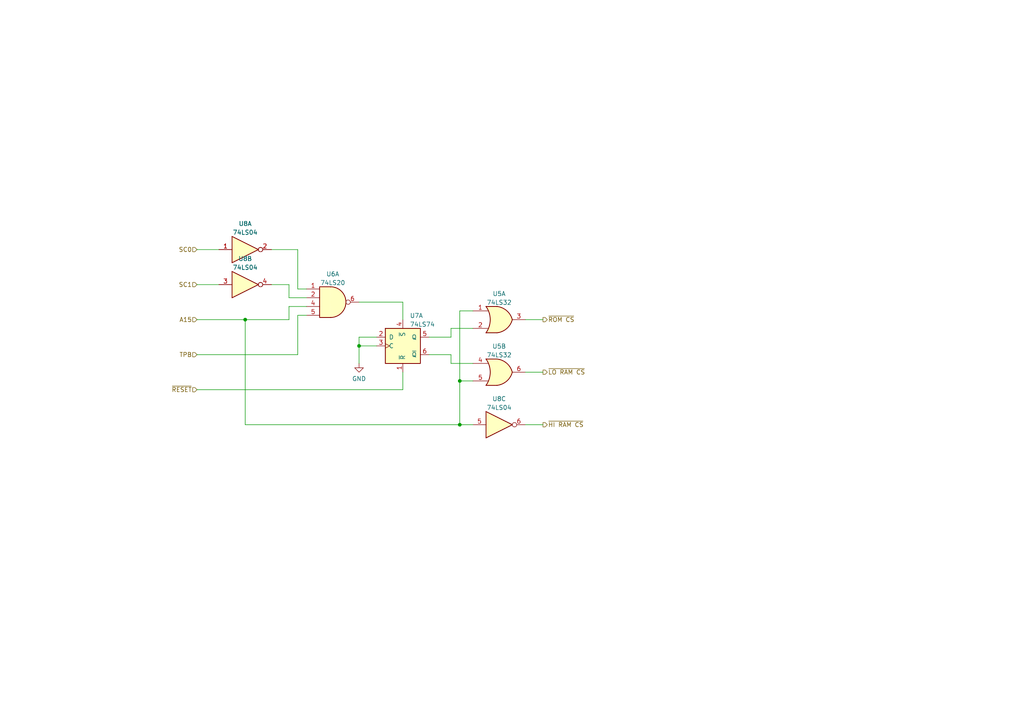
<source format=kicad_sch>
(kicad_sch (version 20211123) (generator eeschema)
  (paper "A4")
  (lib_symbols
    (symbol "74xx:74LS04"
      (property "Reference" "U" (at 0 1.27 0))
      (property "Value" "74LS04" (at 0 -1.27 0))
      (symbol "74LS04_1_0"
        (polyline (pts (xy -3.81 3.81) (xy -3.81 -3.81) (xy 3.81 0) (xy -3.81 3.81)) (stroke (width 0.254)) (fill (type background)))
        (pin input line (at -7.62 0 0) (length 3.81) (name "~") (number "1"))
        (pin output inverted (at 7.62 0 180) (length 3.81) (name "~") (number "2"))
      )
      (symbol "74LS04_2_0"
        (polyline (pts (xy -3.81 3.81) (xy -3.81 -3.81) (xy 3.81 0) (xy -3.81 3.81)) (stroke (width 0.254)) (fill (type background)))
        (pin input line (at -7.62 0 0) (length 3.81) (name "~") (number "3"))
        (pin output inverted (at 7.62 0 180) (length 3.81) (name "~") (number "4"))
      )
      (symbol "74LS04_3_0"
        (polyline (pts (xy -3.81 3.81) (xy -3.81 -3.81) (xy 3.81 0) (xy -3.81 3.81)) (stroke (width 0.254)) (fill (type background)))
        (pin input line (at -7.62 0 0) (length 3.81) (name "~") (number "5"))
        (pin output inverted (at 7.62 0 180) (length 3.81) (name "~") (number "6"))
      )
      (symbol "74LS04_4_0"
        (polyline (pts (xy -3.81 3.81) (xy -3.81 -3.81) (xy 3.81 0) (xy -3.81 3.81)) (stroke (width 0.254)) (fill (type background)))
        (pin output inverted (at 7.62 0 180) (length 3.81) (name "~") (number "8"))
        (pin input line (at -7.62 0 0) (length 3.81) (name "~") (number "9"))
      )
      (symbol "74LS04_5_0"
        (polyline (pts (xy -3.81 3.81) (xy -3.81 -3.81) (xy 3.81 0) (xy -3.81 3.81)) (stroke (width 0.254)) (fill (type background)))
        (pin output inverted (at 7.62 0 180) (length 3.81) (name "~") (number "10"))
        (pin input line (at -7.62 0 0) (length 3.81) (name "~") (number "11"))
      )
      (symbol "74LS04_6_0"
        (polyline (pts (xy -3.81 3.81) (xy -3.81 -3.81) (xy 3.81 0) (xy -3.81 3.81)) (stroke (width 0.254)) (fill (type background)))
        (pin output inverted (at 7.62 0 180) (length 3.81) (name "~") (number "12"))
        (pin input line (at -7.62 0 0) (length 3.81) (name "~") (number "13"))
      )
      (symbol "74LS04_7_0"
        (pin power_in line (at 0 12.7 270) (length 5.08) (name "VCC") (number "14"))
        (pin power_in line (at 0 -12.7 90) (length 5.08) (name "GND") (number "7"))
      )
      (symbol "74LS04_7_1"
        (rectangle (start -5.08 7.62) (end 5.08 -7.62) (stroke (width 0.254)) (fill (type background)))
      )
    )
    (symbol "74xx:74LS20" (pin_names (offset 1.016))
      (property "Reference" "U" (at 0 1.27 0))
      (property "Value" "74LS20" (at 0 -1.27 0))
      (symbol "74LS20_1_1"
        (arc (start -0.635 -4.445) (mid 3.81 0) (end -0.635 4.445) (stroke (width 0.254)) (fill (type background)))
        (polyline (pts (xy -0.635 4.445) (xy -3.81 4.445) (xy -3.81 -4.445) (xy -0.635 -4.445)) (stroke (width 0.254)) (fill (type background)))
        (pin input line (at -7.62 3.81 0) (length 3.81) (name "~") (number "1"))
        (pin input line (at -7.62 1.27 0) (length 3.81) (name "~") (number "2"))
        (pin input line (at -7.62 -1.27 0) (length 3.81) (name "~") (number "4"))
        (pin input line (at -7.62 -3.81 0) (length 3.81) (name "~") (number "5"))
        (pin output inverted (at 7.62 0 180) (length 3.81) (name "~") (number "6"))
      )
      (symbol "74LS20_1_2"
        (arc (start -3.81 -4.445) (mid -2.5908 0) (end -3.81 4.445) (stroke (width 0.254)))
        (arc (start -0.6096 -4.445) (mid 2.2246 -2.8422) (end 3.81 0) (stroke (width 0.254)) (fill (type background)))
        (polyline (pts (xy -3.81 -4.445) (xy -0.635 -4.445)) (stroke (width 0.254)) (fill (type background)))
        (polyline (pts (xy -3.81 4.445) (xy -0.635 4.445)) (stroke (width 0.254)) (fill (type background)))
        (polyline (pts (xy -0.635 4.445) (xy -3.81 4.445) (xy -3.81 4.445) (xy -3.6322 4.0894) (xy -3.0988 2.921) (xy -2.7686 1.6764) (xy -2.6162 0.4318) (xy -2.6416 -0.8636) (xy -2.8702 -2.1082) (xy -3.2512 -3.3274) (xy -3.81 -4.445) (xy -3.81 -4.445) (xy -0.635 -4.445)) (stroke (width -25.4)) (fill (type background)))
        (arc (start 3.81 0) (mid 2.2204 2.8379) (end -0.6096 4.445) (stroke (width 0.254)) (fill (type background)))
        (pin input inverted (at -7.62 3.81 0) (length 3.81) (name "~") (number "1"))
        (pin input inverted (at -7.62 1.27 0) (length 4.826) (name "~") (number "2"))
        (pin input inverted (at -7.62 -1.27 0) (length 4.826) (name "~") (number "4"))
        (pin input inverted (at -7.62 -3.81 0) (length 3.81) (name "~") (number "5"))
        (pin output line (at 7.62 0 180) (length 3.81) (name "~") (number "6"))
      )
      (symbol "74LS20_2_1"
        (arc (start -0.635 -4.445) (mid 3.81 0) (end -0.635 4.445) (stroke (width 0.254)) (fill (type background)))
        (polyline (pts (xy -0.635 4.445) (xy -3.81 4.445) (xy -3.81 -4.445) (xy -0.635 -4.445)) (stroke (width 0.254)) (fill (type background)))
        (pin input line (at -7.62 1.27 0) (length 3.81) (name "~") (number "10"))
        (pin input line (at -7.62 -1.27 0) (length 3.81) (name "~") (number "12"))
        (pin input line (at -7.62 -3.81 0) (length 3.81) (name "~") (number "13"))
        (pin output inverted (at 7.62 0 180) (length 3.81) (name "~") (number "8"))
        (pin input line (at -7.62 3.81 0) (length 3.81) (name "~") (number "9"))
      )
      (symbol "74LS20_2_2"
        (arc (start -3.81 -4.445) (mid -2.5908 0) (end -3.81 4.445) (stroke (width 0.254)))
        (arc (start -0.6096 -4.445) (mid 2.2246 -2.8422) (end 3.81 0) (stroke (width 0.254)) (fill (type background)))
        (polyline (pts (xy -3.81 -4.445) (xy -0.635 -4.445)) (stroke (width 0.254)) (fill (type background)))
        (polyline (pts (xy -3.81 4.445) (xy -0.635 4.445)) (stroke (width 0.254)) (fill (type background)))
        (polyline (pts (xy -0.635 4.445) (xy -3.81 4.445) (xy -3.81 4.445) (xy -3.6322 4.0894) (xy -3.0988 2.921) (xy -2.7686 1.6764) (xy -2.6162 0.4318) (xy -2.6416 -0.8636) (xy -2.8702 -2.1082) (xy -3.2512 -3.3274) (xy -3.81 -4.445) (xy -3.81 -4.445) (xy -0.635 -4.445)) (stroke (width -25.4)) (fill (type background)))
        (arc (start 3.81 0) (mid 2.2204 2.8379) (end -0.6096 4.445) (stroke (width 0.254)) (fill (type background)))
        (pin input inverted (at -7.62 1.27 0) (length 4.826) (name "~") (number "10"))
        (pin input inverted (at -7.62 -1.27 0) (length 4.826) (name "~") (number "12"))
        (pin input inverted (at -7.62 -3.81 0) (length 3.81) (name "~") (number "13"))
        (pin output line (at 7.62 0 180) (length 3.81) (name "~") (number "8"))
        (pin input inverted (at -7.62 3.81 0) (length 3.81) (name "~") (number "9"))
      )
      (symbol "74LS20_3_0"
        (pin power_in line (at 0 12.7 270) (length 5.08) (name "VCC") (number "14"))
        (pin power_in line (at 0 -12.7 90) (length 5.08) (name "GND") (number "7"))
      )
      (symbol "74LS20_3_1"
        (rectangle (start -5.08 7.62) (end 5.08 -7.62) (stroke (width 0.254)) (fill (type background)))
      )
    )
    (symbol "74xx:74LS32" (pin_names (offset 1.016))
      (property "Reference" "U" (at 0 1.27 0))
      (property "Value" "74LS32" (at 0 -1.27 0))
      (symbol "74LS32_1_1"
        (arc (start -3.81 -3.81) (mid -2.589 0) (end -3.81 3.81) (stroke (width 0.254)))
        (arc (start -0.6096 -3.81) (mid 2.1842 -2.5851) (end 3.81 0) (stroke (width 0.254)) (fill (type background)))
        (polyline (pts (xy -3.81 -3.81) (xy -0.635 -3.81)) (stroke (width 0.254)) (fill (type background)))
        (polyline (pts (xy -3.81 3.81) (xy -0.635 3.81)) (stroke (width 0.254)) (fill (type background)))
        (polyline (pts (xy -0.635 3.81) (xy -3.81 3.81) (xy -3.81 3.81) (xy -3.556 3.4036) (xy -3.0226 2.2606) (xy -2.6924 1.0414) (xy -2.6162 -0.254) (xy -2.7686 -1.4986) (xy -3.175 -2.7178) (xy -3.81 -3.81) (xy -3.81 -3.81) (xy -0.635 -3.81)) (stroke (width -25.4)) (fill (type background)))
        (arc (start 3.81 0) (mid 2.1915 2.5936) (end -0.6096 3.81) (stroke (width 0.254)) (fill (type background)))
        (pin input line (at -7.62 2.54 0) (length 4.318) (name "~") (number "1"))
        (pin input line (at -7.62 -2.54 0) (length 4.318) (name "~") (number "2"))
        (pin output line (at 7.62 0 180) (length 3.81) (name "~") (number "3"))
      )
      (symbol "74LS32_1_2"
        (arc (start 0 -3.81) (mid 3.81 0) (end 0 3.81) (stroke (width 0.254)) (fill (type background)))
        (polyline (pts (xy 0 3.81) (xy -3.81 3.81) (xy -3.81 -3.81) (xy 0 -3.81)) (stroke (width 0.254)) (fill (type background)))
        (pin input inverted (at -7.62 2.54 0) (length 3.81) (name "~") (number "1"))
        (pin input inverted (at -7.62 -2.54 0) (length 3.81) (name "~") (number "2"))
        (pin output inverted (at 7.62 0 180) (length 3.81) (name "~") (number "3"))
      )
      (symbol "74LS32_2_1"
        (arc (start -3.81 -3.81) (mid -2.589 0) (end -3.81 3.81) (stroke (width 0.254)))
        (arc (start -0.6096 -3.81) (mid 2.1842 -2.5851) (end 3.81 0) (stroke (width 0.254)) (fill (type background)))
        (polyline (pts (xy -3.81 -3.81) (xy -0.635 -3.81)) (stroke (width 0.254)) (fill (type background)))
        (polyline (pts (xy -3.81 3.81) (xy -0.635 3.81)) (stroke (width 0.254)) (fill (type background)))
        (polyline (pts (xy -0.635 3.81) (xy -3.81 3.81) (xy -3.81 3.81) (xy -3.556 3.4036) (xy -3.0226 2.2606) (xy -2.6924 1.0414) (xy -2.6162 -0.254) (xy -2.7686 -1.4986) (xy -3.175 -2.7178) (xy -3.81 -3.81) (xy -3.81 -3.81) (xy -0.635 -3.81)) (stroke (width -25.4)) (fill (type background)))
        (arc (start 3.81 0) (mid 2.1915 2.5936) (end -0.6096 3.81) (stroke (width 0.254)) (fill (type background)))
        (pin input line (at -7.62 2.54 0) (length 4.318) (name "~") (number "4"))
        (pin input line (at -7.62 -2.54 0) (length 4.318) (name "~") (number "5"))
        (pin output line (at 7.62 0 180) (length 3.81) (name "~") (number "6"))
      )
      (symbol "74LS32_2_2"
        (arc (start 0 -3.81) (mid 3.81 0) (end 0 3.81) (stroke (width 0.254)) (fill (type background)))
        (polyline (pts (xy 0 3.81) (xy -3.81 3.81) (xy -3.81 -3.81) (xy 0 -3.81)) (stroke (width 0.254)) (fill (type background)))
        (pin input inverted (at -7.62 2.54 0) (length 3.81) (name "~") (number "4"))
        (pin input inverted (at -7.62 -2.54 0) (length 3.81) (name "~") (number "5"))
        (pin output inverted (at 7.62 0 180) (length 3.81) (name "~") (number "6"))
      )
      (symbol "74LS32_3_1"
        (arc (start -3.81 -3.81) (mid -2.589 0) (end -3.81 3.81) (stroke (width 0.254)))
        (arc (start -0.6096 -3.81) (mid 2.1842 -2.5851) (end 3.81 0) (stroke (width 0.254)) (fill (type background)))
        (polyline (pts (xy -3.81 -3.81) (xy -0.635 -3.81)) (stroke (width 0.254)) (fill (type background)))
        (polyline (pts (xy -3.81 3.81) (xy -0.635 3.81)) (stroke (width 0.254)) (fill (type background)))
        (polyline (pts (xy -0.635 3.81) (xy -3.81 3.81) (xy -3.81 3.81) (xy -3.556 3.4036) (xy -3.0226 2.2606) (xy -2.6924 1.0414) (xy -2.6162 -0.254) (xy -2.7686 -1.4986) (xy -3.175 -2.7178) (xy -3.81 -3.81) (xy -3.81 -3.81) (xy -0.635 -3.81)) (stroke (width -25.4)) (fill (type background)))
        (arc (start 3.81 0) (mid 2.1915 2.5936) (end -0.6096 3.81) (stroke (width 0.254)) (fill (type background)))
        (pin input line (at -7.62 -2.54 0) (length 4.318) (name "~") (number "10"))
        (pin output line (at 7.62 0 180) (length 3.81) (name "~") (number "8"))
        (pin input line (at -7.62 2.54 0) (length 4.318) (name "~") (number "9"))
      )
      (symbol "74LS32_3_2"
        (arc (start 0 -3.81) (mid 3.81 0) (end 0 3.81) (stroke (width 0.254)) (fill (type background)))
        (polyline (pts (xy 0 3.81) (xy -3.81 3.81) (xy -3.81 -3.81) (xy 0 -3.81)) (stroke (width 0.254)) (fill (type background)))
        (pin input inverted (at -7.62 -2.54 0) (length 3.81) (name "~") (number "10"))
        (pin output inverted (at 7.62 0 180) (length 3.81) (name "~") (number "8"))
        (pin input inverted (at -7.62 2.54 0) (length 3.81) (name "~") (number "9"))
      )
      (symbol "74LS32_4_1"
        (arc (start -3.81 -3.81) (mid -2.589 0) (end -3.81 3.81) (stroke (width 0.254)))
        (arc (start -0.6096 -3.81) (mid 2.1842 -2.5851) (end 3.81 0) (stroke (width 0.254)) (fill (type background)))
        (polyline (pts (xy -3.81 -3.81) (xy -0.635 -3.81)) (stroke (width 0.254)) (fill (type background)))
        (polyline (pts (xy -3.81 3.81) (xy -0.635 3.81)) (stroke (width 0.254)) (fill (type background)))
        (polyline (pts (xy -0.635 3.81) (xy -3.81 3.81) (xy -3.81 3.81) (xy -3.556 3.4036) (xy -3.0226 2.2606) (xy -2.6924 1.0414) (xy -2.6162 -0.254) (xy -2.7686 -1.4986) (xy -3.175 -2.7178) (xy -3.81 -3.81) (xy -3.81 -3.81) (xy -0.635 -3.81)) (stroke (width -25.4)) (fill (type background)))
        (arc (start 3.81 0) (mid 2.1915 2.5936) (end -0.6096 3.81) (stroke (width 0.254)) (fill (type background)))
        (pin output line (at 7.62 0 180) (length 3.81) (name "~") (number "11"))
        (pin input line (at -7.62 2.54 0) (length 4.318) (name "~") (number "12"))
        (pin input line (at -7.62 -2.54 0) (length 4.318) (name "~") (number "13"))
      )
      (symbol "74LS32_4_2"
        (arc (start 0 -3.81) (mid 3.81 0) (end 0 3.81) (stroke (width 0.254)) (fill (type background)))
        (polyline (pts (xy 0 3.81) (xy -3.81 3.81) (xy -3.81 -3.81) (xy 0 -3.81)) (stroke (width 0.254)) (fill (type background)))
        (pin output inverted (at 7.62 0 180) (length 3.81) (name "~") (number "11"))
        (pin input inverted (at -7.62 2.54 0) (length 3.81) (name "~") (number "12"))
        (pin input inverted (at -7.62 -2.54 0) (length 3.81) (name "~") (number "13"))
      )
      (symbol "74LS32_5_0"
        (pin power_in line (at 0 12.7 270) (length 5.08) (name "VCC") (number "14"))
        (pin power_in line (at 0 -12.7 90) (length 5.08) (name "GND") (number "7"))
      )
      (symbol "74LS32_5_1"
        (rectangle (start -5.08 7.62) (end 5.08 -7.62) (stroke (width 0.254)) (fill (type background)))
      )
    )
    (symbol "74xx:74LS74" (pin_names (offset 1.016))
      (property "Reference" "U" (at -7.62 8.89 0))
      (property "Value" "74LS74" (at -7.62 -8.89 0))
      (symbol "74LS74_1_0"
        (pin input line (at 0 -7.62 90) (length 2.54) (name "~{R}") (number "1"))
        (pin input line (at -7.62 2.54 0) (length 2.54) (name "D") (number "2"))
        (pin input clock (at -7.62 0 0) (length 2.54) (name "C") (number "3"))
        (pin input line (at 0 7.62 270) (length 2.54) (name "~{S}") (number "4"))
        (pin output line (at 7.62 2.54 180) (length 2.54) (name "Q") (number "5"))
        (pin output line (at 7.62 -2.54 180) (length 2.54) (name "~{Q}") (number "6"))
      )
      (symbol "74LS74_1_1"
        (rectangle (start -5.08 5.08) (end 5.08 -5.08) (stroke (width 0.254)) (fill (type background)))
      )
      (symbol "74LS74_2_0"
        (pin input line (at 0 7.62 270) (length 2.54) (name "~{S}") (number "10"))
        (pin input clock (at -7.62 0 0) (length 2.54) (name "C") (number "11"))
        (pin input line (at -7.62 2.54 0) (length 2.54) (name "D") (number "12"))
        (pin input line (at 0 -7.62 90) (length 2.54) (name "~{R}") (number "13"))
        (pin output line (at 7.62 -2.54 180) (length 2.54) (name "~{Q}") (number "8"))
        (pin output line (at 7.62 2.54 180) (length 2.54) (name "Q") (number "9"))
      )
      (symbol "74LS74_2_1"
        (rectangle (start -5.08 5.08) (end 5.08 -5.08) (stroke (width 0.254)) (fill (type background)))
      )
      (symbol "74LS74_3_0"
        (pin power_in line (at 0 10.16 270) (length 2.54) (name "VCC") (number "14"))
        (pin power_in line (at 0 -10.16 90) (length 2.54) (name "GND") (number "7"))
      )
      (symbol "74LS74_3_1"
        (rectangle (start -5.08 7.62) (end 5.08 -7.62) (stroke (width 0.254)) (fill (type background)))
      )
    )
    (symbol "power:GND" (power) (pin_names (offset 0))
      (property "Value" "GND" (at 0 -3.81 0))
      (symbol "GND_0_1"
        (polyline (pts (xy 0 0) (xy 0 -1.27) (xy 1.27 -1.27) (xy 0 -2.54) (xy -1.27 -1.27) (xy 0 -1.27)))
      )
      (symbol "GND_1_1"
        (pin power_in line (at 0 0 270) (length 0) hide (name "GND") (number "1"))
      )
    )
  )
  (junction (at 133.35 123.19))
  (junction (at 71.12 92.71))
  (junction (at 133.35 110.49))
  (junction (at 104.14 100.33))
  (wire (pts (xy 130.81 105.41) (xy 137.16 105.41)))
  (wire (pts (xy 130.81 97.79) (xy 130.81 95.25)))
  (wire (pts (xy 86.36 91.44) (xy 86.36 102.87)))
  (wire (pts (xy 124.46 97.79) (xy 130.81 97.79)))
  (wire (pts (xy 104.14 100.33) (xy 104.14 105.41)))
  (wire (pts (xy 133.35 110.49) (xy 137.16 110.49)))
  (wire (pts (xy 57.15 72.39) (xy 63.5 72.39)))
  (wire (pts (xy 57.15 113.03) (xy 116.84 113.03)))
  (wire (pts (xy 78.74 82.55) (xy 83.82 82.55)))
  (wire (pts (xy 78.74 72.39) (xy 86.36 72.39)))
  (wire (pts (xy 83.82 92.71) (xy 83.82 88.9)))
  (wire (pts (xy 83.82 86.36) (xy 88.9 86.36)))
  (wire (pts (xy 133.35 90.17) (xy 137.16 90.17)))
  (wire (pts (xy 57.15 82.55) (xy 63.5 82.55)))
  (wire (pts (xy 133.35 123.19) (xy 137.16 123.19)))
  (wire (pts (xy 130.81 102.87) (xy 130.81 105.41)))
  (wire (pts (xy 133.35 90.17) (xy 133.35 110.49)))
  (wire (pts (xy 130.81 95.25) (xy 137.16 95.25)))
  (wire (pts (xy 133.35 110.49) (xy 133.35 123.19)))
  (wire (pts (xy 109.22 97.79) (xy 104.14 97.79)))
  (wire (pts (xy 83.82 82.55) (xy 83.82 86.36)))
  (wire (pts (xy 104.14 100.33) (xy 109.22 100.33)))
  (wire (pts (xy 124.46 102.87) (xy 130.81 102.87)))
  (wire (pts (xy 71.12 92.71) (xy 83.82 92.71)))
  (wire (pts (xy 133.35 123.19) (xy 71.12 123.19)))
  (wire (pts (xy 116.84 113.03) (xy 116.84 107.95)))
  (wire (pts (xy 152.4 123.19) (xy 157.48 123.19)))
  (wire (pts (xy 152.4 107.95) (xy 157.48 107.95)))
  (wire (pts (xy 104.14 87.63) (xy 116.84 87.63)))
  (wire (pts (xy 104.14 97.79) (xy 104.14 100.33)))
  (wire (pts (xy 83.82 88.9) (xy 88.9 88.9)))
  (wire (pts (xy 86.36 72.39) (xy 86.36 83.82)))
  (wire (pts (xy 86.36 83.82) (xy 88.9 83.82)))
  (wire (pts (xy 88.9 91.44) (xy 86.36 91.44)))
  (wire (pts (xy 57.15 102.87) (xy 86.36 102.87)))
  (wire (pts (xy 71.12 123.19) (xy 71.12 92.71)))
  (wire (pts (xy 57.15 92.71) (xy 71.12 92.71)))
  (wire (pts (xy 116.84 87.63) (xy 116.84 92.71)))
  (wire (pts (xy 152.4 92.71) (xy 157.48 92.71)))
  (hierarchical_label "TPB" (shape input) (at 57.15 102.87 180))
  (hierarchical_label "SC0" (shape input) (at 57.15 72.39 180))
  (hierarchical_label "~{RESET}" (shape input) (at 57.15 113.03 180))
  (hierarchical_label "SC1" (shape input) (at 57.15 82.55 180))
  (hierarchical_label "~{HI RAM CS}" (shape output) (at 157.48 123.19 0))
  (hierarchical_label "~{ROM CS}" (shape output) (at 157.48 92.71 0))
  (hierarchical_label "A15" (shape input) (at 57.15 92.71 180))
  (hierarchical_label "~{LO RAM CS}" (shape output) (at 157.48 107.95 0))
  (symbol (lib_id "74xx:74LS04") (at 71.12 82.55 0) (unit 2)
    (property "Reference" "U8" (at 71.12 75.0402 0))
    (property "Value" "74LS04" (at 71.12 77.5771 0))
    (property "Footprint" "Package_DIP:DIP-14_W7.62mm" (effects hide))
    (property "Datasheet" "http://www.ti.com/lit/gpn/sn74LS04" (effects hide))
  )
  (symbol (lib_id "74xx:74LS20") (at 96.52 87.63 0) (unit 1)
    (property "Reference" "U6" (at 96.52 79.4852 0))
    (property "Value" "74LS20" (at 96.52 82.0221 0))
    (property "Footprint" "Package_DIP:DIP-14_W7.62mm" (effects hide))
    (property "Datasheet" "http://www.ti.com/lit/gpn/sn74LS20" (effects hide))
  )
  (symbol (lib_id "74xx:74LS74") (at 116.84 100.33 0) (unit 1)
    (property "Reference" "U7" (at 118.8594 91.5502 0) (effects (justify left)))
    (property "Value" "74LS74" (at 118.8594 94.0871 0) (effects (justify left)))
    (property "Footprint" "Package_DIP:DIP-14_W7.62mm" (effects hide))
    (property "Datasheet" "74xx/74hc_hct74.pdf" (effects hide))
  )
  (symbol (lib_id "74xx:74LS32") (at 144.78 92.71 0) (unit 1)
    (property "Reference" "U5" (at 144.78 85.2002 0))
    (property "Value" "74LS32" (at 144.78 87.7371 0))
    (property "Footprint" "Package_DIP:DIP-14_W7.62mm" (effects hide))
    (property "Datasheet" "http://www.ti.com/lit/gpn/sn74LS32" (effects hide))
  )
  (symbol (lib_id "power:GND") (at 104.14 105.41 0) (unit 1)
    (property "Reference" "#PWR020" (effects hide))
    (property "Value" "GND" (at 104.14 109.8534 0))
  )
  (symbol (lib_id "74xx:74LS04") (at 144.78 123.19 0) (unit 3)
    (property "Reference" "U8" (at 144.78 115.6802 0))
    (property "Value" "74LS04" (at 144.78 118.2171 0))
    (property "Footprint" "Package_DIP:DIP-14_W7.62mm" (effects hide))
    (property "Datasheet" "http://www.ti.com/lit/gpn/sn74LS04" (effects hide))
  )
  (symbol (lib_id "74xx:74LS04") (at 71.12 72.39 0) (unit 1)
    (property "Reference" "U8" (at 71.12 64.8802 0))
    (property "Value" "74LS04" (at 71.12 67.4171 0))
    (property "Footprint" "Package_DIP:DIP-14_W7.62mm" (effects hide))
    (property "Datasheet" "http://www.ti.com/lit/gpn/sn74LS04" (effects hide))
  )
  (symbol (lib_id "74xx:74LS32") (at 144.78 107.95 0) (unit 2)
    (property "Reference" "U5" (at 144.78 100.4402 0))
    (property "Value" "74LS32" (at 144.78 102.9771 0))
    (property "Footprint" "Package_DIP:DIP-14_W7.62mm" (effects hide))
    (property "Datasheet" "http://www.ti.com/lit/gpn/sn74LS32" (effects hide))
  )
)
</source>
